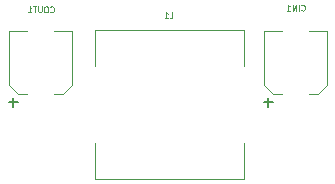
<source format=gbr>
G04 #@! TF.FileFunction,Legend,Bot*
%FSLAX46Y46*%
G04 Gerber Fmt 4.6, Leading zero omitted, Abs format (unit mm)*
G04 Created by KiCad (PCBNEW 4.0.7) date Monday, 25 June 2018 'AMt' 00:00:04*
%MOMM*%
%LPD*%
G01*
G04 APERTURE LIST*
%ADD10C,0.100000*%
%ADD11C,0.120000*%
%ADD12C,0.025000*%
%ADD13C,0.150000*%
G04 APERTURE END LIST*
D10*
D11*
X116710000Y-63624000D02*
X118260000Y-63624000D01*
X122050000Y-63624000D02*
X120500000Y-63624000D01*
X117470000Y-68964000D02*
X118260000Y-68964000D01*
X121290000Y-68964000D02*
X120500000Y-68964000D01*
X122050000Y-63624000D02*
X122050000Y-68204000D01*
X122050000Y-68204000D02*
X121290000Y-68964000D01*
X117470000Y-68964000D02*
X116710000Y-68204000D01*
X116710000Y-68204000D02*
X116710000Y-63624000D01*
X138300000Y-63624000D02*
X139850000Y-63624000D01*
X143640000Y-63624000D02*
X142090000Y-63624000D01*
X139060000Y-68964000D02*
X139850000Y-68964000D01*
X142880000Y-68964000D02*
X142090000Y-68964000D01*
X143640000Y-63624000D02*
X143640000Y-68204000D01*
X143640000Y-68204000D02*
X142880000Y-68964000D01*
X139060000Y-68964000D02*
X138300000Y-68204000D01*
X138300000Y-68204000D02*
X138300000Y-63624000D01*
X136602000Y-66550000D02*
X136602000Y-63550000D01*
X136602000Y-63550000D02*
X124002000Y-63550000D01*
X124002000Y-63550000D02*
X124002000Y-66550000D01*
X124002000Y-73150000D02*
X124002000Y-76150000D01*
X124002000Y-76150000D02*
X136602000Y-76150000D01*
X136602000Y-76150000D02*
X136602000Y-73150000D01*
D12*
X120228419Y-62002171D02*
X120252229Y-62025981D01*
X120323657Y-62049790D01*
X120371276Y-62049790D01*
X120442705Y-62025981D01*
X120490324Y-61978362D01*
X120514133Y-61930743D01*
X120537943Y-61835505D01*
X120537943Y-61764076D01*
X120514133Y-61668838D01*
X120490324Y-61621219D01*
X120442705Y-61573600D01*
X120371276Y-61549790D01*
X120323657Y-61549790D01*
X120252229Y-61573600D01*
X120228419Y-61597410D01*
X119918895Y-61549790D02*
X119823657Y-61549790D01*
X119776038Y-61573600D01*
X119728419Y-61621219D01*
X119704610Y-61716457D01*
X119704610Y-61883124D01*
X119728419Y-61978362D01*
X119776038Y-62025981D01*
X119823657Y-62049790D01*
X119918895Y-62049790D01*
X119966514Y-62025981D01*
X120014133Y-61978362D01*
X120037943Y-61883124D01*
X120037943Y-61716457D01*
X120014133Y-61621219D01*
X119966514Y-61573600D01*
X119918895Y-61549790D01*
X119490323Y-61549790D02*
X119490323Y-61954552D01*
X119466514Y-62002171D01*
X119442704Y-62025981D01*
X119395085Y-62049790D01*
X119299847Y-62049790D01*
X119252228Y-62025981D01*
X119228419Y-62002171D01*
X119204609Y-61954552D01*
X119204609Y-61549790D01*
X119037942Y-61549790D02*
X118752228Y-61549790D01*
X118895085Y-62049790D02*
X118895085Y-61549790D01*
X118323657Y-62049790D02*
X118609371Y-62049790D01*
X118466514Y-62049790D02*
X118466514Y-61549790D01*
X118514133Y-61621219D01*
X118561752Y-61668838D01*
X118609371Y-61692648D01*
D13*
X117101429Y-69293048D02*
X117101429Y-70054953D01*
X117482381Y-69674001D02*
X116720476Y-69674001D01*
D12*
X141485085Y-61849771D02*
X141508895Y-61873581D01*
X141580323Y-61897390D01*
X141627942Y-61897390D01*
X141699371Y-61873581D01*
X141746990Y-61825962D01*
X141770799Y-61778343D01*
X141794609Y-61683105D01*
X141794609Y-61611676D01*
X141770799Y-61516438D01*
X141746990Y-61468819D01*
X141699371Y-61421200D01*
X141627942Y-61397390D01*
X141580323Y-61397390D01*
X141508895Y-61421200D01*
X141485085Y-61445010D01*
X141270799Y-61897390D02*
X141270799Y-61397390D01*
X141032704Y-61897390D02*
X141032704Y-61397390D01*
X140746990Y-61897390D01*
X140746990Y-61397390D01*
X140246990Y-61897390D02*
X140532704Y-61897390D01*
X140389847Y-61897390D02*
X140389847Y-61397390D01*
X140437466Y-61468819D01*
X140485085Y-61516438D01*
X140532704Y-61540248D01*
D13*
X138691429Y-69293048D02*
X138691429Y-70054953D01*
X139072381Y-69674001D02*
X138310476Y-69674001D01*
D12*
X130334533Y-62506990D02*
X130572628Y-62506990D01*
X130572628Y-62006990D01*
X129905962Y-62506990D02*
X130191676Y-62506990D01*
X130048819Y-62506990D02*
X130048819Y-62006990D01*
X130096438Y-62078419D01*
X130144057Y-62126038D01*
X130191676Y-62149848D01*
M02*

</source>
